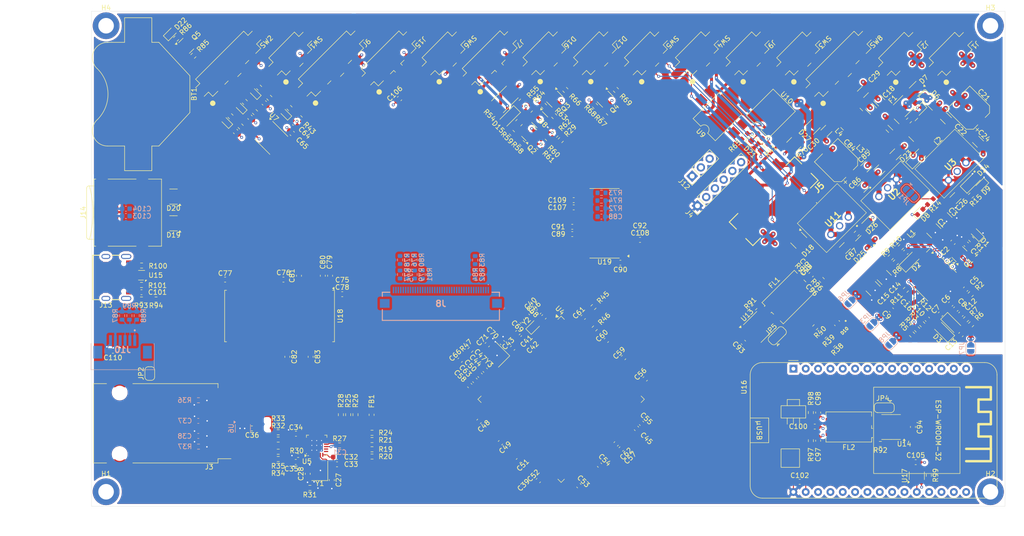
<source format=kicad_pcb>
(kicad_pcb
	(version 20241229)
	(generator "pcbnew")
	(generator_version "9.0")
	(general
		(thickness 1.6)
		(legacy_teardrops no)
	)
	(paper "A4")
	(layers
		(0 "F.Cu" signal)
		(4 "In1.Cu" power)
		(6 "In2.Cu" power)
		(2 "B.Cu" signal)
		(9 "F.Adhes" user "F.Adhesive")
		(11 "B.Adhes" user "B.Adhesive")
		(13 "F.Paste" user)
		(15 "B.Paste" user)
		(5 "F.SilkS" user "F.Silkscreen")
		(7 "B.SilkS" user "B.Silkscreen")
		(1 "F.Mask" user)
		(3 "B.Mask" user)
		(17 "Dwgs.User" user "User.Drawings")
		(19 "Cmts.User" user "User.Comments")
		(21 "Eco1.User" user "User.Eco1")
		(23 "Eco2.User" user "User.Eco2")
		(25 "Edge.Cuts" user)
		(27 "Margin" user)
		(31 "F.CrtYd" user "F.Courtyard")
		(29 "B.CrtYd" user "B.Courtyard")
		(35 "F.Fab" user)
		(33 "B.Fab" user)
		(39 "User.1" user)
		(41 "User.2" user)
		(43 "User.3" user)
		(45 "User.4" user)
		(47 "User.5" user)
		(49 "User.6" user)
		(51 "User.7" user)
		(53 "User.8" user)
		(55 "User.9" user)
	)
	(setup
		(stackup
			(layer "F.SilkS"
				(type "Top Silk Screen")
			)
			(layer "F.Paste"
				(type "Top Solder Paste")
			)
			(layer "F.Mask"
				(type "Top Solder Mask")
				(thickness 0.01)
			)
			(layer "F.Cu"
				(type "copper")
				(thickness 0.035)
			)
			(layer "dielectric 1"
				(type "prepreg")
				(thickness 0.1)
				(material "FR4")
				(epsilon_r 4.5)
				(loss_tangent 0.02)
			)
			(layer "In1.Cu"
				(type "copper")
				(thickness 0.035)
			)
			(layer "dielectric 2"
				(type "core")
				(thickness 1.24)
				(material "FR4")
				(epsilon_r 4.5)
				(loss_tangent 0.02)
			)
			(layer "In2.Cu"
				(type "copper")
				(thickness 0.035)
			)
			(layer "dielectric 3"
				(type "prepreg")
				(thickness 0.1)
				(material "FR4")
				(epsilon_r 4.5)
				(loss_tangent 0.02)
			)
			(layer "B.Cu"
				(type "copper")
				(thickness 0.035)
			)
			(layer "B.Mask"
				(type "Bottom Solder Mask")
				(thickness 0.01)
			)
			(layer "B.Paste"
				(type "Bottom Solder Paste")
			)
			(layer "B.SilkS"
				(type "Bottom Silk Screen")
			)
			(copper_finish "None")
			(dielectric_constraints no)
		)
		(pad_to_mask_clearance 0)
		(allow_soldermask_bridges_in_footprints no)
		(tenting front back)
		(pcbplotparams
			(layerselection 0x00000000_00000000_55555555_5755f5ff)
			(plot_on_all_layers_selection 0x00000000_00000000_00000000_00000000)
			(disableapertmacros no)
			(usegerberextensions no)
			(usegerberattributes yes)
			(usegerberadvancedattributes yes)
			(creategerberjobfile yes)
			(dashed_line_dash_ratio 12.000000)
			(dashed_line_gap_ratio 3.000000)
			(svgprecision 4)
			(plotframeref no)
			(mode 1)
			(useauxorigin no)
			(hpglpennumber 1)
			(hpglpenspeed 20)
			(hpglpendiameter 15.000000)
			(pdf_front_fp_property_popups yes)
			(pdf_back_fp_property_popups yes)
			(pdf_metadata yes)
			(pdf_single_document no)
			(dxfpolygonmode yes)
			(dxfimperialunits yes)
			(dxfusepcbnewfont yes)
			(psnegative no)
			(psa4output no)
			(plot_black_and_white yes)
			(sketchpadsonfab no)
			(plotpadnumbers no)
			(hidednponfab no)
			(sketchdnponfab yes)
			(crossoutdnponfab yes)
			(subtractmaskfromsilk no)
			(outputformat 1)
			(mirror no)
			(drillshape 0)
			(scaleselection 1)
			(outputdirectory "Gerber/")
		)
	)
	(net 0 "")
	(net 1 "+3V3_FER")
	(net 2 "Earth")
	(net 3 "/Ethernet/LED_G")
	(net 4 "/Ethernet/LED_Y")
	(net 5 "GND")
	(net 6 "+3V3")
	(net 7 "+5V")
	(net 8 "/Power/3V3_Display")
	(net 9 "Net-(C5-Pad2)")
	(net 10 "Net-(U1-COMP)")
	(net 11 "Net-(U1-C1+)")
	(net 12 "Net-(U1-C1-)")
	(net 13 "Net-(U1-C2+)")
	(net 14 "Net-(U1-C2-)")
	(net 15 "Net-(U1-DRV)")
	(net 16 "Net-(U1-FB1)")
	(net 17 "Net-(U1-REF)")
	(net 18 "Net-(U1-VCOMIN)")
	(net 19 "+24V")
	(net 20 "Net-(U3-VI)")
	(net 21 "Net-(U2-VI)")
	(net 22 "/Peripherals/V_{ref2}")
	(net 23 "Net-(D1-A)")
	(net 24 "Net-(D15-K)")
	(net 25 "/IEC_Charging_Circuit/CP")
	(net 26 "/IEC_Charging_Circuit/PP")
	(net 27 "/Core/EV_Start_Charging")
	(net 28 "/Display/LCD_VGL")
	(net 29 "Net-(Q1-B)")
	(net 30 "Net-(Q2-G)")
	(net 31 "Net-(U1-FB3)")
	(net 32 "Net-(U1-FB2)")
	(net 33 "/IEC_Charging_Circuit/PWM_SENSE")
	(net 34 "/Core/Charging_Point_PWM")
	(net 35 "/Core/~{IMD_Error_LED}")
	(net 36 "/SDRAM/D9")
	(net 37 "/SDRAM/A11")
	(net 38 "/Core/~{AMS_Error_LED}")
	(net 39 "/SDRAM/D0")
	(net 40 "unconnected-(U4B-PC13-Pad8)")
	(net 41 "unconnected-(U4B-PD4-Pad146)")
	(net 42 "/Core/PCAP_RST")
	(net 43 "/Display/B5")
	(net 44 "unconnected-(U4B-PI8-Pad7)")
	(net 45 "/SDRAM/D14")
	(net 46 "/SDRAM/D2")
	(net 47 "/SDRAM/D4")
	(net 48 "/Core/OSC_in")
	(net 49 "/Core/SWCLK")
	(net 50 "unconnected-(U4B-PG3-Pad107)")
	(net 51 "/Display/R2")
	(net 52 "/SDRAM/A3")
	(net 53 "/SDRAM/D13")
	(net 54 "/Core/LCD_Reset")
	(net 55 "/Display/R0")
	(net 56 "/SDRAM/A2")
	(net 57 "/Display/R7")
	(net 58 "/Display/B4")
	(net 59 "/Core/AMS_Reset_in")
	(net 60 "/Core/AMS_Reset_out")
	(net 61 "/Core/SDC_out")
	(net 62 "/SDRAM/A0")
	(net 63 "unconnected-(U4B-PF8-Pad26)")
	(net 64 "/SDRAM/SDNE0")
	(net 65 "/Core/SWDIO")
	(net 66 "/SDRAM/A10")
	(net 67 "unconnected-(U4B-PC10-Pad139)")
	(net 68 "/Display/G0")
	(net 69 "/SDRAM/BA0")
	(net 70 "/Ethernet/RMII_TX_EN")
	(net 71 "/Core/NRST")
	(net 72 "/SDRAM/D12")
	(net 73 "/SDRAM/NBL0")
	(net 74 "/Display/B0")
	(net 75 "/Core/RMII_nRST")
	(net 76 "/Display/G2")
	(net 77 "/Display/R1")
	(net 78 "unconnected-(U4B-PI9-Pad11)")
	(net 79 "/SDRAM/SDNWE")
	(net 80 "/Ethernet/RMII_RXD1")
	(net 81 "/SDRAM/A9")
	(net 82 "/SDRAM/D11")
	(net 83 "unconnected-(U4B-PI6-Pad175)")
	(net 84 "/Display/DE")
	(net 85 "/Display/G3")
	(net 86 "/Display/CLK")
	(net 87 "/Peripherals/USART_RX")
	(net 88 "unconnected-(U4B-PB5-Pad163)")
	(net 89 "unconnected-(U4B-PI3-Pad134)")
	(net 90 "/Peripherals/USB_OTG_VBUS")
	(net 91 "/SDRAM/A4")
	(net 92 "/Display/B3")
	(net 93 "/Peripherals/SDMMC_D0")
	(net 94 "/SDRAM/D15")
	(net 95 "/SDRAM/D3")
	(net 96 "/Display/G4")
	(net 97 "/SDRAM/A7")
	(net 98 "/SDRAM/A12")
	(net 99 "Net-(U4F-BOOT0)")
	(net 100 "unconnected-(U4B-PD7-Pad151)")
	(net 101 "/Display/G7")
	(net 102 "/Core/LED_B")
	(net 103 "/Ethernet/RMII_MDIO")
	(net 104 "/Display/G1")
	(net 105 "/Display/R6")
	(net 106 "/SDRAM/D6")
	(net 107 "/SDRAM/A1")
	(net 108 "/SDRAM/D8")
	(net 109 "/Display/B6")
	(net 110 "/Display/R4")
	(net 111 "/Core/OSC_out")
	(net 112 "unconnected-(U4B-PA15-Pad138)")
	(net 113 "/SDRAM/A5")
	(net 114 "/Display/G6")
	(net 115 "/Peripherals/ESP_RX")
	(net 116 "unconnected-(U4B-PF9-Pad27)")
	(net 117 "/Display/G5")
	(net 118 "/Core/LED_G")
	(net 119 "/Display/R5")
	(net 120 "unconnected-(U4B-PE2-Pad1)")
	(net 121 "/Ethernet/RMII_TXD1")
	(net 122 "/SDRAM/D5")
	(net 123 "/Peripherals/SDMMC_CMD")
	(net 124 "/SDRAM/D1")
	(net 125 "Net-(U4A-VREF+)")
	(net 126 "/Display/B1")
	(net 127 "/Display/B7")
	(net 128 "unconnected-(U4B-PD11-Pad99)")
	(net 129 "/Ethernet/RMII_MDC")
	(net 130 "unconnected-(U4B-PE3-Pad2)")
	(net 131 "/Core/OSC32_in")
	(net 132 "/SDRAM/SDCLK")
	(net 133 "/Peripherals/USART_TX")
	(net 134 "unconnected-(U4B-PA10-Pad121)")
	(net 135 "/Core/LED_R")
	(net 136 "/SDRAM/SDCKE0")
	(net 137 "/Ethernet/RMII_RXD0")
	(net 138 "unconnected-(U4B-PC11-Pad140)")
	(net 139 "/Ethernet/RMII_CRS_DV")
	(net 140 "/Core/TRACESWO")
	(net 141 "/Display/HSYNC")
	(net 142 "/Ethernet/RMII_TXD0")
	(net 143 "/SDRAM/D10")
	(net 144 "/SDRAM/SDNCAS")
	(net 145 "/Display/R3")
	(net 146 "/Core/OSC32_out")
	(net 147 "/Display/VSYNC")
	(net 148 "/SDRAM/D7")
	(net 149 "unconnected-(U4B-PG9-Pad152)")
	(net 150 "/SDRAM/BA1")
	(net 151 "/SDRAM/SDNRAS")
	(net 152 "/SDRAM/A6")
	(net 153 "/SDRAM/NBL1")
	(net 154 "/Display/B2")
	(net 155 "/Ethernet/RMII_REF_CLK")
	(net 156 "/SDRAM/A8")
	(net 157 "unconnected-(U4B-PB2-Pad58)")
	(net 158 "/Ethernet/XTAL2")
	(net 159 "/Ethernet/XTAL1")
	(net 160 "/Peripherals/ESP_TX")
	(net 161 "/Peripherals/STM_CAN_TX")
	(net 162 "/Peripherals/STM_CAN_RX")
	(net 163 "/Peripherals/SDMMC_CK")
	(net 164 "/Peripherals/ESP_CAN_RX")
	(net 165 "/SDC_and_SCS/RSD_in")
	(net 166 "/SDC_and_SCS/RSD_out")
	(net 167 "/Core/CANH")
	(net 168 "/Core/CANL")
	(net 169 "/Peripherals/ESP_CAN_TX")
	(net 170 "/Display/LCD_VGH")
	(net 171 "Net-(D5-A)")
	(net 172 "Net-(D9-A)")
	(net 173 "/Core/SDC_in")
	(net 174 "Net-(Q3-G)")
	(net 175 "Net-(Q4-G)")
	(net 176 "/Core/SDC_enable")
	(net 177 "/Display/I2C_SDA")
	(net 178 "/Display/I2C_SCL")
	(net 179 "/Display/LCD_SELB")
	(net 180 "VDD")
	(net 181 "/Display/LCD_STBYB")
	(net 182 "Net-(J1-Pin_1)")
	(net 183 "/Display/LCD_U{slash}D")
	(net 184 "/Display/LCD_L{slash}R")
	(net 185 "/Display/RXIN0-")
	(net 186 "/Display/RXCLKIN+")
	(net 187 "/Display/RXIN0+")
	(net 188 "/Display/RXIN2-")
	(net 189 "/Display/RXIN1-")
	(net 190 "/Display/RXIN2+")
	(net 191 "/Display/RXIN3+")
	(net 192 "/Display/RXIN3-")
	(net 193 "/Display/RXIN1+")
	(net 194 "/Display/RXCLKIN-")
	(net 195 "Net-(J2-Pin_1)")
	(net 196 "Net-(U4F-PDR_ON)")
	(net 197 "/Peripherals/SDMMC_D1")
	(net 198 "/Peripherals/SDMMC_D2")
	(net 199 "/Peripherals/SDMMC_D3")
	(net 200 "/Core/SDC_Voltage")
	(net 201 "/Core/TSAL_Green")
	(net 202 "/Core/TS_on")
	(net 203 "/Peripherals/USB_OTG_DP")
	(net 204 "/Peripherals/USB_OTG_DN")
	(net 205 "/Peripherals/D-")
	(net 206 "/Peripherals/D+")
	(net 207 "/Core/PCAP_Int")
	(net 208 "/Display/LCD_VDD")
	(net 209 "/Core/Encoder_push")
	(net 210 "/Core/Encoder_A")
	(net 211 "/Core/Encoder_B")
	(net 212 "/Ethernet/RXN")
	(net 213 "/Ethernet/TXN")
	(net 214 "/Ethernet/RXP")
	(net 215 "/Ethernet/TXP")
	(net 216 "/Core/SDC_on")
	(net 217 "/Core/EncB_on")
	(net 218 "/Core/EncPush_on")
	(net 219 "/Core/EncA_on")
	(net 220 "Net-(D16-A)")
	(net 221 "Net-(D16-K)")
	(net 222 "Net-(D17-K)")
	(net 223 "Net-(D17-A)")
	(net 224 "/Display/LCD_AVDD")
	(net 225 "/Display/VCOM")
	(net 226 "Net-(D7-K)")
	(net 227 "unconnected-(U4B-PH9-Pad86)")
	(net 228 "unconnected-(U4B-PH6-Pad83)")
	(net 229 "unconnected-(U4B-PH7-Pad84)")
	(net 230 "Net-(D3-A)")
	(net 231 "Net-(J13-CC2)")
	(net 232 "Net-(U5-VDDCR)")
	(net 233 "Net-(C39-Pad1)")
	(net 234 "Net-(C45-Pad1)")
	(net 235 "Net-(D11-K)")
	(net 236 "Net-(D12-K)")
	(net 237 "Net-(D13-K)")
	(net 238 "Net-(D14-K)")
	(net 239 "Net-(U15-VBUS)")
	(net 240 "Net-(D2-A)")
	(net 241 "Net-(D8-A)")
	(net 242 "Net-(D10-BK)")
	(net 243 "Net-(D10-GK)")
	(net 244 "Net-(D10-RK)")
	(net 245 "Net-(D11-A)")
	(net 246 "Net-(U13-CANH)")
	(net 247 "Net-(U13-CANL)")
	(net 248 "Net-(U14-CANH)")
	(net 249 "Net-(U14-CANL)")
	(net 250 "Net-(J3-Pad11)")
	(net 251 "Net-(J3-Pad2)")
	(net 252 "unconnected-(J3-NC-Pad9)")
	(net 253 "Net-(J5-Pin_2)")
	(net 254 "Net-(J13-CC1)")
	(net 255 "unconnected-(J13-SBU2-PadB8)")
	(net 256 "unconnected-(J13-SBU1-PadA8)")
	(net 257 "Net-(Q2-D)")
	(net 258 "Net-(R29-Pad1)")
	(net 259 "Net-(J15-Pin_2)")
	(net 260 "Net-(JP4-C)")
	(net 261 "Net-(JP5-C)")
	(net 262 "Net-(R3-Pad2)")
	(net 263 "Net-(R8-Pad2)")
	(net 264 "/Peripherals/V_{ref1}")
	(net 265 "Net-(U5-RXD0{slash}MODE0)")
	(net 266 "Net-(U5-RXD1{slash}MODE1)")
	(net 267 "Net-(U5-CRS_DV{slash}MODE2)")
	(net 268 "Net-(U5-~{INT}{slash}REFCLKO)")
	(net 269 "Net-(U5-RXER{slash}PHYAD0)")
	(net 270 "Net-(U5-RBIAS)")
	(net 271 "Net-(U8--)")
	(net 272 "Net-(R65-Pad1)")
	(net 273 "Net-(R70-Pad2)")
	(net 274 "V_{In}")
	(net 275 "Net-(R75-Pad2)")
	(net 276 "Net-(U13-Rs)")
	(net 277 "Net-(U14-Rs)")
	(net 278 "Net-(U16-D21)")
	(net 279 "unconnected-(U7-Pad12)")
	(net 280 "unconnected-(U7-Pad10)")
	(net 281 "unconnected-(U9-Pad3)")
	(net 282 "unconnected-(U10-Pad3)")
	(net 283 "unconnected-(U10-Pad5)")
	(net 284 "unconnected-(U16-D26-Pad7)")
	(net 285 "unconnected-(U16-D2-Pad27)")
	(net 286 "unconnected-(U16-VIN-Pad1)")
	(net 287 "unconnected-(U16-D34-Pad12)")
	(net 288 "unconnected-(U16-D39{slash}VN-Pad13)")
	(net 289 "unconnected-(U16-D19-Pad21)")
	(net 290 "unconnected-(U16-D36{slash}VP-Pad14)")
	(net 291 "unconnected-(U16-TX0{slash}D1-Pad18)")
	(net 292 "unconnected-(U16-D14-Pad5)")
	(net 293 "unconnected-(U16-D25-Pad8)")
	(net 294 "unconnected-(U16-D15-Pad28)")
	(net 295 "unconnected-(U16-D13-Pad3)")
	(net 296 "unconnected-(U16-D23-Pad16)")
	(net 297 "unconnected-(U16-D27-Pad6)")
	(net 298 "unconnected-(U16-EN-Pad15)")
	(net 299 "unconnected-(U16-D33-Pad9)")
	(net 300 "unconnected-(U16-D22-Pad17)")
	(net 301 "unconnected-(U16-D35-Pad11)")
	(net 302 "unconnected-(U16-D18-Pad22)")
	(net 303 "unconnected-(U16-D12-Pad4)")
	(net 304 "unconnected-(U16-D32-Pad10)")
	(net 305 "unconnected-(U16-RX0{slash}D3-Pad19)")
	(net 306 "unconnected-(U17-NC-Pad1)")
	(net 307 "Net-(BT1-+)")
	(net 308 "VBAT")
	(net 309 "Net-(D22-A)")
	(net 310 "Net-(Q5-G)")
	(net 311 "unconnected-(U18-NC-Pad40)")
	(net 312 "unconnected-(U18-NC-Pad36)")
	(net 313 "Net-(U11-VI)")
	(net 314 "Net-(D25-K)")
	(net 315 "Net-(D26-A)")
	(net 316 "+12V")
	(net 317 "unconnected-(J8-Pin_37-Pad37)")
	(net 318 "unconnected-(J8-Pin_23-Pad23)")
	(net 319 "unconnected-(J8-Pin_26-Pad26)")
	(net 320 "Net-(J8-Pin_35)")
	(net 321 "unconnected-(J8-Pin_27-Pad27)")
	(net 322 "unconnected-(J8-Pin_24-Pad24)")
	(net 323 "Net-(J8-Pin_38)")
	(net 324 "unconnected-(J8-Pin_4-Pad4)")
	(net 325 "Net-(J8-Pin_29)")
	(net 326 "Net-(J8-Pin_1)")
	(net 327 "unconnected-(J8-Pin_36-Pad36)")
	(net 328 "Net-(U19-CLKSEL)")
	(net 329 "Net-(U19-~{SHTDN})")
	(net 330 "Net-(R76-Pad2)")
	(footprint "Capacitor_SMD:C_1206_3216Metric" (layer "F.Cu") (at 218.05 68.997055 -45))
	(footprint "Capacitor_SMD:C_0603_1608Metric" (layer "F.Cu") (at 217.599138 91.659104 45))
	(footprint "Package_SO:SOIC-8_3.9x4.9mm_P1.27mm" (layer "F.Cu") (at 214.55 127.660001 180))
	(footprint "Resistor_SMD:R_0603_1608Metric" (layer "F.Cu") (at 104.325 125.125 90))
	(footprint "Capacitor_SMD:C_0603_1608Metric" (layer "F.Cu") (at 158.837501 93.819999 180))
	(footprint "Capacitor_SMD:C_1206_3216Metric" (layer "F.Cu") (at 232.45 68.897055 -45))
	(footprint "Capacitor_SMD:C_0603_1608Metric" (layer "F.Cu") (at 91.3 67.197055 135))
	(footprint "Package_TO_SOT_SMD:SOT-23" (layer "F.Cu") (at 69.49055 49.123915 45))
	(footprint "Capacitor_SMD:C_0603_1608Metric" (layer "F.Cu") (at 218.670709 101.512049 -45))
	(footprint "Charger:ESP32-WROOM-32-DevKit-30Pin" (layer "F.Cu") (at 194.45 115.650001 -90))
	(footprint "Capacitor_SMD:C_0603_1608Metric" (layer "F.Cu") (at 90.300001 113.2 -90))
	(footprint "LED_SMD:LED_0603_1608Metric" (layer "F.Cu") (at 66.35 46.55 45))
	(footprint "Inductor_SMD:L_Wuerth_WE-PD2-Typ-MS" (layer "F.Cu") (at 211.8 68.697055 -45))
	(footprint "Package_TO_SOT_SMD:SOT-23-3" (layer "F.Cu") (at 155.728751 60.125806 -45))
	(footprint "Resistor_SMD:R_0603_1608Metric" (layer "F.Cu") (at 88.425 130.25 180))
	(footprint "Package_DIP:SMDIP-6_W9.53mm" (layer "F.Cu") (at 178.828751 63.675806 135))
	(footprint "FaSTTUBe_connectors:Micro_Mate-N-Lok_2p_vertical" (layer "F.Cu") (at 226.8 50.8 -135))
	(footprint "Resistor_SMD:R_0603_1608Metric" (layer "F.Cu") (at 197.035534 94.111775 135))
	(footprint "Resistor_SMD:R_0603_1608Metric" (layer "F.Cu") (at 60.3075 94.4 180))
	(footprint "Diode_SMD:D_SOD-123" (layer "F.Cu") (at 222.6 60.547055 -45))
	(footprint "Package_SO:TSSOP-56_6.1x14mm_P0.5mm" (layer "F.Cu") (at 155.5875 85.7 180))
	(footprint "Inductor_SMD:L_0603_1608Metric" (layer "F.Cu") (at 107.64 125.15 -90))
	(footprint "Resistor_SMD:R_0603_1608Metric" (layer "F.Cu") (at 60.2825 101.4))
	(footprint "Inductor_SMD:L_Wuerth_WE-PD2-Typ-MS" (layer "F.Cu") (at 221.75 66.297055 45))
	(footprint "LED_SMD:LED_0603_1608Metric" (layer "F.Cu") (at 220.356847 62.390208 -135))
	(footprint "Capacitor_SMD:CP_Elec_6.3x7.7" (layer "F.Cu") (at 230.75 62.247055 135))
	(footprint "Capacitor_SMD:C_0603_1608Metric" (layer "F.Cu") (at 199.55 124.685001 90))
	(footprint "LED_SMD:LED_0603_1608Metric" (layer "F.Cu") (at 232.120709 87.912049 135))
	(footprint "Resistor_SMD:R_0603_1608Metric" (layer "F.Cu") (at 145.228751 63.625806 -45))
	(footprint "Capacitor_SMD:C_1210_3225Metric" (layer "F.Cu") (at 225.649138 84.959104 -45))
	(footprint "Resistor_SMD:R_0603_1608Metric" (layer "F.Cu") (at 231.03076 106.5221 45))
	(footprint "Resistor_SMD:R_0603_1608Metric" (layer "F.Cu") (at 67.4 47.65 45))
	(footprint "Resistor_SMD:R_0603_1608Metric" (layer "F.Cu") (at 153.628751 61.525806 -45))
	(footprint "Capacitor_SMD:C_0603_1608Metric"
		(layer "F.Cu")
		(uuid "25f5e496-f0a5-48ad-b904-5b4d1cc77f7f")
		(at 132.0836 114.878932 -45)
		(descr "Capacitor SMD 0603 (1608 Metric), square (rectangular) end terminal, IPC_7351 nominal, (Body size source: IPC-SM-782 page 76, https://www.pcb-3d.com/wordpress/wp-content/uploads/ipc-sm-782a_amendment_1_and_2.pdf), generated with kicad-footprint-generator")
		(tags "capacitor")
		(property "Reference" "C47"
			(at -2.9 0 135)
			(layer "F.SilkS")
			(uuid "7437e415-5ab6-431b-92a8-91492135a802")
			(effects
				(font
					(size 1 1)
					(thickness 0.15)
				)
			)
		)
		(property "Value" "100n"
			(at 0 1.43 135)
			(layer "F.Fab")
			(uuid "d2b71437-3a7b-4088-a320-75e18603e74f")
			(effects
				(font
					(size 1 1)
					(thickness 0.15)
				)
			)
		)
		(property "Datasheet" ""
			(at 0 0 315)
			(unlocked yes)
			(layer "F.Fab")
			(hide yes)
			(uuid "7c20a4cd-4de6-4bfb-8fd4-79483a2e2aa4")
			(effects
				(font
					(size 1.27 1.27)
					(thickness 0.15)
				)
			)
		)
		(property "Description" "Unpolarized capacitor, small symbol"
			(at 0 0 315)
			(unlocked yes)
			(layer "F.Fab")
			(hide yes)
			(uuid "c7ae2f63-b748-40c5-b99c-f1a3f7f3a9e2")
			(effects
				(font
					(size 1.27 1.27)
					(thickness 0.15)
				)
			)
		)
		(property ki_fp_filters "C_*")
		(path "/486f4a0e-b8d5-42cd-a726-c7aa5b0383fd/a81a2239-d446-43e0-afe2-686a182ecbc5")
		(sheetname "/Core/")
		(sheetfile "Core.kicad_sch")
		(attr smd)
		(fp_line
			(start -0.140581 0.51)
			(end 0.140581 0.51)
			(stroke
				(width 0.12)
				(type solid)
			)
			(layer "F.SilkS")
			(uuid "e3d05e30-fad8-4074-9cd9-117a26e682fa")
		)
		(fp_line
			(start -0.140581 -0.51)
			(end 0.140581 -0.51)
			(stroke
				(width 0.12)
				(type solid)
			)
			(layer "F.SilkS")
			(uuid "dfbcf00b-e5bd-4210-8a32-415152156528")
		)
		(fp_line
			(start -1.48 0.73)
			(end -1.48 -0.73)
			(stroke
				(width 0.05)
				(type solid)
			)
			(layer "F.CrtYd")
			(uuid "408ab6bf-1e2c-4101-83a5-81302ddfc1fe")
		)
		(fp_line
			(start -1.48 -0.73)
			(end 1.48 -0.73)
			(stroke
				(width 0.05)
				(type solid)
			)
			(layer "F.CrtYd")
			(uuid "edc5dac0-0f8b-4b2a-9a0a-7b312d4ee3f5")
		)
		(fp_line
			(start 1.48 0.73)
			(end -1.48 0.73)
			(stroke
				(width 0.05)
				(type solid)
			)
			(layer "F.CrtYd")
			(uuid "75c5e428-09dc-4983-99fc-75742f530cda")
		)
		(fp_line
			(st
... [2868514 chars truncated]
</source>
